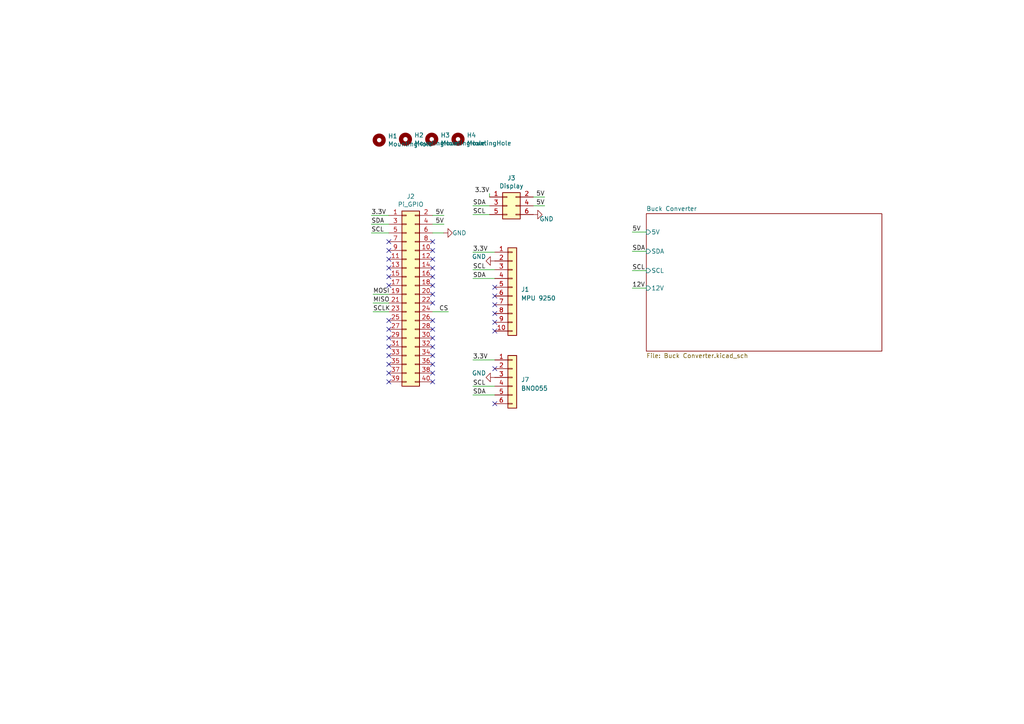
<source format=kicad_sch>
(kicad_sch (version 20230121) (generator eeschema)
  (paper "A4")
  (lib_symbols
    (symbol "Connector_Generic:Conn_01x06" (pin_names (offset 1.016) hide)
      (property "Reference" "J" (at 0 7.62 0))
      (property "Value" "Conn_01x06" (at 0 -10.16 0))
      (symbol "Conn_01x06_1_1"
        (rectangle (start -1.27 -7.493) (end 0 -7.747) (stroke (width 0.1524)))
        (rectangle (start -1.27 -4.953) (end 0 -5.207) (stroke (width 0.1524)))
        (rectangle (start -1.27 -2.413) (end 0 -2.667) (stroke (width 0.1524)))
        (rectangle (start -1.27 0.127) (end 0 -0.127) (stroke (width 0.1524)))
        (rectangle (start -1.27 2.667) (end 0 2.413) (stroke (width 0.1524)))
        (rectangle (start -1.27 5.207) (end 0 4.953) (stroke (width 0.1524)))
        (rectangle (start -1.27 6.35) (end 1.27 -8.89) (stroke (width 0.254)) (fill (type background)))
        (pin passive line (at -5.08 5.08 0) (length 3.81) (name "Pin_1") (number "1"))
        (pin passive line (at -5.08 2.54 0) (length 3.81) (name "Pin_2") (number "2"))
        (pin passive line (at -5.08 0 0) (length 3.81) (name "Pin_3") (number "3"))
        (pin passive line (at -5.08 -2.54 0) (length 3.81) (name "Pin_4") (number "4"))
        (pin passive line (at -5.08 -5.08 0) (length 3.81) (name "Pin_5") (number "5"))
        (pin passive line (at -5.08 -7.62 0) (length 3.81) (name "Pin_6") (number "6"))
      )
    )
    (symbol "Connector_Generic:Conn_01x10" (pin_names (offset 1.016) hide)
      (property "Reference" "J" (at 0 12.7 0))
      (property "Value" "Conn_01x10" (at 0 -15.24 0))
      (symbol "Conn_01x10_1_1"
        (rectangle (start -1.27 -12.573) (end 0 -12.827) (stroke (width 0.1524)))
        (rectangle (start -1.27 -10.033) (end 0 -10.287) (stroke (width 0.1524)))
        (rectangle (start -1.27 -7.493) (end 0 -7.747) (stroke (width 0.1524)))
        (rectangle (start -1.27 -4.953) (end 0 -5.207) (stroke (width 0.1524)))
        (rectangle (start -1.27 -2.413) (end 0 -2.667) (stroke (width 0.1524)))
        (rectangle (start -1.27 0.127) (end 0 -0.127) (stroke (width 0.1524)))
        (rectangle (start -1.27 2.667) (end 0 2.413) (stroke (width 0.1524)))
        (rectangle (start -1.27 5.207) (end 0 4.953) (stroke (width 0.1524)))
        (rectangle (start -1.27 7.747) (end 0 7.493) (stroke (width 0.1524)))
        (rectangle (start -1.27 10.287) (end 0 10.033) (stroke (width 0.1524)))
        (rectangle (start -1.27 11.43) (end 1.27 -13.97) (stroke (width 0.254)) (fill (type background)))
        (pin passive line (at -5.08 10.16 0) (length 3.81) (name "Pin_1") (number "1"))
        (pin passive line (at -5.08 -12.7 0) (length 3.81) (name "Pin_10") (number "10"))
        (pin passive line (at -5.08 7.62 0) (length 3.81) (name "Pin_2") (number "2"))
        (pin passive line (at -5.08 5.08 0) (length 3.81) (name "Pin_3") (number "3"))
        (pin passive line (at -5.08 2.54 0) (length 3.81) (name "Pin_4") (number "4"))
        (pin passive line (at -5.08 0 0) (length 3.81) (name "Pin_5") (number "5"))
        (pin passive line (at -5.08 -2.54 0) (length 3.81) (name "Pin_6") (number "6"))
        (pin passive line (at -5.08 -5.08 0) (length 3.81) (name "Pin_7") (number "7"))
        (pin passive line (at -5.08 -7.62 0) (length 3.81) (name "Pin_8") (number "8"))
        (pin passive line (at -5.08 -10.16 0) (length 3.81) (name "Pin_9") (number "9"))
      )
    )
    (symbol "Connector_Generic:Conn_02x03_Odd_Even" (pin_names (offset 1.016) hide)
      (property "Reference" "J" (at 1.27 5.08 0))
      (property "Value" "Conn_02x03_Odd_Even" (at 1.27 -5.08 0))
      (symbol "Conn_02x03_Odd_Even_1_1"
        (rectangle (start -1.27 -2.413) (end 0 -2.667) (stroke (width 0.1524)))
        (rectangle (start -1.27 0.127) (end 0 -0.127) (stroke (width 0.1524)))
        (rectangle (start -1.27 2.667) (end 0 2.413) (stroke (width 0.1524)))
        (rectangle (start -1.27 3.81) (end 3.81 -3.81) (stroke (width 0.254)) (fill (type background)))
        (rectangle (start 3.81 -2.413) (end 2.54 -2.667) (stroke (width 0.1524)))
        (rectangle (start 3.81 0.127) (end 2.54 -0.127) (stroke (width 0.1524)))
        (rectangle (start 3.81 2.667) (end 2.54 2.413) (stroke (width 0.1524)))
        (pin passive line (at -5.08 2.54 0) (length 3.81) (name "Pin_1") (number "1"))
        (pin passive line (at 7.62 2.54 180) (length 3.81) (name "Pin_2") (number "2"))
        (pin passive line (at -5.08 0 0) (length 3.81) (name "Pin_3") (number "3"))
        (pin passive line (at 7.62 0 180) (length 3.81) (name "Pin_4") (number "4"))
        (pin passive line (at -5.08 -2.54 0) (length 3.81) (name "Pin_5") (number "5"))
        (pin passive line (at 7.62 -2.54 180) (length 3.81) (name "Pin_6") (number "6"))
      )
    )
    (symbol "Connector_Generic:Conn_02x20_Odd_Even" (pin_names (offset 1.016) hide)
      (property "Reference" "J" (at 1.27 25.4 0))
      (property "Value" "Conn_02x20_Odd_Even" (at 1.27 -27.94 0))
      (symbol "Conn_02x20_Odd_Even_1_1"
        (rectangle (start -1.27 -25.273) (end 0 -25.527) (stroke (width 0.1524)))
        (rectangle (start -1.27 -22.733) (end 0 -22.987) (stroke (width 0.1524)))
        (rectangle (start -1.27 -20.193) (end 0 -20.447) (stroke (width 0.1524)))
        (rectangle (start -1.27 -17.653) (end 0 -17.907) (stroke (width 0.1524)))
        (rectangle (start -1.27 -15.113) (end 0 -15.367) (stroke (width 0.1524)))
        (rectangle (start -1.27 -12.573) (end 0 -12.827) (stroke (width 0.1524)))
        (rectangle (start -1.27 -10.033) (end 0 -10.287) (stroke (width 0.1524)))
        (rectangle (start -1.27 -7.493) (end 0 -7.747) (stroke (width 0.1524)))
        (rectangle (start -1.27 -4.953) (end 0 -5.207) (stroke (width 0.1524)))
        (rectangle (start -1.27 -2.413) (end 0 -2.667) (stroke (width 0.1524)))
        (rectangle (start -1.27 0.127) (end 0 -0.127) (stroke (width 0.1524)))
        (rectangle (start -1.27 2.667) (end 0 2.413) (stroke (width 0.1524)))
        (rectangle (start -1.27 5.207) (end 0 4.953) (stroke (width 0.1524)))
        (rectangle (start -1.27 7.747) (end 0 7.493) (stroke (width 0.1524)))
        (rectangle (start -1.27 10.287) (end 0 10.033) (stroke (width 0.1524)))
        (rectangle (start -1.27 12.827) (end 0 12.573) (stroke (width 0.1524)))
        (rectangle (start -1.27 15.367) (end 0 15.113) (stroke (width 0.1524)))
        (rectangle (start -1.27 17.907) (end 0 17.653) (stroke (width 0.1524)))
        (rectangle (start -1.27 20.447) (end 0 20.193) (stroke (width 0.1524)))
        (rectangle (start -1.27 22.987) (end 0 22.733) (stroke (width 0.1524)))
        (rectangle (start -1.27 24.13) (end 3.81 -26.67) (stroke (width 0.254)) (fill (type background)))
        (rectangle (start 3.81 -25.273) (end 2.54 -25.527) (stroke (width 0.1524)))
        (rectangle (start 3.81 -22.733) (end 2.54 -22.987) (stroke (width 0.1524)))
        (rectangle (start 3.81 -20.193) (end 2.54 -20.447) (stroke (width 0.1524)))
        (rectangle (start 3.81 -17.653) (end 2.54 -17.907) (stroke (width 0.1524)))
        (rectangle (start 3.81 -15.113) (end 2.54 -15.367) (stroke (width 0.1524)))
        (rectangle (start 3.81 -12.573) (end 2.54 -12.827) (stroke (width 0.1524)))
        (rectangle (start 3.81 -10.033) (end 2.54 -10.287) (stroke (width 0.1524)))
        (rectangle (start 3.81 -7.493) (end 2.54 -7.747) (stroke (width 0.1524)))
        (rectangle (start 3.81 -4.953) (end 2.54 -5.207) (stroke (width 0.1524)))
        (rectangle (start 3.81 -2.413) (end 2.54 -2.667) (stroke (width 0.1524)))
        (rectangle (start 3.81 0.127) (end 2.54 -0.127) (stroke (width 0.1524)))
        (rectangle (start 3.81 2.667) (end 2.54 2.413) (stroke (width 0.1524)))
        (rectangle (start 3.81 5.207) (end 2.54 4.953) (stroke (width 0.1524)))
        (rectangle (start 3.81 7.747) (end 2.54 7.493) (stroke (width 0.1524)))
        (rectangle (start 3.81 10.287) (end 2.54 10.033) (stroke (width 0.1524)))
        (rectangle (start 3.81 12.827) (end 2.54 12.573) (stroke (width 0.1524)))
        (rectangle (start 3.81 15.367) (end 2.54 15.113) (stroke (width 0.1524)))
        (rectangle (start 3.81 17.907) (end 2.54 17.653) (stroke (width 0.1524)))
        (rectangle (start 3.81 20.447) (end 2.54 20.193) (stroke (width 0.1524)))
        (rectangle (start 3.81 22.987) (end 2.54 22.733) (stroke (width 0.1524)))
        (pin passive line (at -5.08 22.86 0) (length 3.81) (name "Pin_1") (number "1"))
        (pin passive line (at 7.62 12.7 180) (length 3.81) (name "Pin_10") (number "10"))
        (pin passive line (at -5.08 10.16 0) (length 3.81) (name "Pin_11") (number "11"))
        (pin passive line (at 7.62 10.16 180) (length 3.81) (name "Pin_12") (number "12"))
        (pin passive line (at -5.08 7.62 0) (length 3.81) (name "Pin_13") (number "13"))
        (pin passive line (at 7.62 7.62 180) (length 3.81) (name "Pin_14") (number "14"))
        (pin passive line (at -5.08 5.08 0) (length 3.81) (name "Pin_15") (number "15"))
        (pin passive line (at 7.62 5.08 180) (length 3.81) (name "Pin_16") (number "16"))
        (pin passive line (at -5.08 2.54 0) (length 3.81) (name "Pin_17") (number "17"))
        (pin passive line (at 7.62 2.54 180) (length 3.81) (name "Pin_18") (number "18"))
        (pin passive line (at -5.08 0 0) (length 3.81) (name "Pin_19") (number "19"))
        (pin passive line (at 7.62 22.86 180) (length 3.81) (name "Pin_2") (number "2"))
        (pin passive line (at 7.62 0 180) (length 3.81) (name "Pin_20") (number "20"))
        (pin passive line (at -5.08 -2.54 0) (length 3.81) (name "Pin_21") (number "21"))
        (pin passive line (at 7.62 -2.54 180) (length 3.81) (name "Pin_22") (number "22"))
        (pin passive line (at -5.08 -5.08 0) (length 3.81) (name "Pin_23") (number "23"))
        (pin passive line (at 7.62 -5.08 180) (length 3.81) (name "Pin_24") (number "24"))
        (pin passive line (at -5.08 -7.62 0) (length 3.81) (name "Pin_25") (number "25"))
        (pin passive line (at 7.62 -7.62 180) (length 3.81) (name "Pin_26") (number "26"))
        (pin passive line (at -5.08 -10.16 0) (length 3.81) (name "Pin_27") (number "27"))
        (pin passive line (at 7.62 -10.16 180) (length 3.81) (name "Pin_28") (number "28"))
        (pin passive line (at -5.08 -12.7 0) (length 3.81) (name "Pin_29") (number "29"))
        (pin passive line (at -5.08 20.32 0) (length 3.81) (name "Pin_3") (number "3"))
        (pin passive line (at 7.62 -12.7 180) (length 3.81) (name "Pin_30") (number "30"))
        (pin passive line (at -5.08 -15.24 0) (length 3.81) (name "Pin_31") (number "31"))
        (pin passive line (at 7.62 -15.24 180) (length 3.81) (name "Pin_32") (number "32"))
        (pin passive line (at -5.08 -17.78 0) (length 3.81) (name "Pin_33") (number "33"))
        (pin passive line (at 7.62 -17.78 180) (length 3.81) (name "Pin_34") (number "34"))
        (pin passive line (at -5.08 -20.32 0) (length 3.81) (name "Pin_35") (number "35"))
        (pin passive line (at 7.62 -20.32 180) (length 3.81) (name "Pin_36") (number "36"))
        (pin passive line (at -5.08 -22.86 0) (length 3.81) (name "Pin_37") (number "37"))
        (pin passive line (at 7.62 -22.86 180) (length 3.81) (name "Pin_38") (number "38"))
        (pin passive line (at -5.08 -25.4 0) (length 3.81) (name "Pin_39") (number "39"))
        (pin passive line (at 7.62 20.32 180) (length 3.81) (name "Pin_4") (number "4"))
        (pin passive line (at 7.62 -25.4 180) (length 3.81) (name "Pin_40") (number "40"))
        (pin passive line (at -5.08 17.78 0) (length 3.81) (name "Pin_5") (number "5"))
        (pin passive line (at 7.62 17.78 180) (length 3.81) (name "Pin_6") (number "6"))
        (pin passive line (at -5.08 15.24 0) (length 3.81) (name "Pin_7") (number "7"))
        (pin passive line (at 7.62 15.24 180) (length 3.81) (name "Pin_8") (number "8"))
        (pin passive line (at -5.08 12.7 0) (length 3.81) (name "Pin_9") (number "9"))
      )
    )
    (symbol "Mechanical:MountingHole" (pin_names (offset 1.016))
      (property "Reference" "H" (at 0 5.08 0))
      (property "Value" "MountingHole" (at 0 3.175 0))
      (symbol "MountingHole_0_1"
        (circle (center 0 0) (radius 1.27) (stroke (width 1.27)))
      )
    )
    (symbol "power:GND" (power) (pin_names (offset 0))
      (property "Value" "GND" (at 0 -3.81 0))
      (symbol "GND_0_1"
        (polyline (pts (xy 0 0) (xy 0 -1.27) (xy 1.27 -1.27) (xy 0 -2.54) (xy -1.27 -1.27) (xy 0 -1.27)))
      )
      (symbol "GND_1_1"
        (pin power_in line (at 0 0 270) (length 0) hide (name "GND") (number "1"))
      )
    )
  )
  (no_connect (at 143.51 83.312))
  (no_connect (at 125.476 80.264))
  (no_connect (at 143.51 106.934))
  (no_connect (at 143.51 117.094))
  (no_connect (at 125.476 82.804))
  (no_connect (at 125.476 110.744))
  (no_connect (at 143.51 88.392))
  (no_connect (at 112.776 103.124))
  (no_connect (at 112.776 95.504))
  (no_connect (at 125.476 108.204))
  (no_connect (at 125.476 103.124))
  (no_connect (at 112.776 92.964))
  (no_connect (at 112.776 100.584))
  (no_connect (at 112.776 80.264))
  (no_connect (at 143.51 96.012))
  (no_connect (at 112.776 72.644))
  (no_connect (at 125.476 98.044))
  (no_connect (at 143.51 85.852))
  (no_connect (at 143.51 90.932))
  (no_connect (at 125.476 77.724))
  (no_connect (at 125.476 75.184))
  (no_connect (at 125.476 87.884))
  (no_connect (at 112.776 98.044))
  (no_connect (at 125.476 70.104))
  (no_connect (at 125.476 72.644))
  (no_connect (at 125.476 92.964))
  (no_connect (at 143.51 93.472))
  (no_connect (at 125.476 100.584))
  (no_connect (at 112.776 82.804))
  (no_connect (at 112.776 108.204))
  (no_connect (at 125.476 85.344))
  (no_connect (at 112.776 70.104))
  (no_connect (at 125.476 95.504))
  (no_connect (at 112.776 110.744))
  (no_connect (at 112.776 75.184))
  (no_connect (at 125.476 105.664))
  (no_connect (at 112.776 105.664))
  (no_connect (at 112.776 77.724))
  (wire (pts (xy 125.476 67.564) (xy 128.651 67.564)))
  (wire (pts (xy 157.988 59.69) (xy 154.686 59.69)))
  (wire (pts (xy 108.204 90.424) (xy 112.776 90.424)))
  (wire (pts (xy 141.986 59.69) (xy 137.16 59.69)))
  (wire (pts (xy 107.696 62.484) (xy 112.776 62.484)))
  (wire (pts (xy 183.388 67.31) (xy 187.452 67.31)))
  (wire (pts (xy 137.16 80.772) (xy 143.51 80.772)))
  (wire (pts (xy 107.696 67.564) (xy 112.776 67.564)))
  (wire (pts (xy 137.16 73.152) (xy 143.51 73.152)))
  (wire (pts (xy 128.778 65.024) (xy 125.476 65.024)))
  (wire (pts (xy 137.16 78.232) (xy 143.51 78.232)))
  (wire (pts (xy 183.388 78.486) (xy 187.452 78.486)))
  (wire (pts (xy 107.696 65.024) (xy 112.776 65.024)))
  (wire (pts (xy 125.476 90.424) (xy 130.048 90.424)))
  (wire (pts (xy 108.204 87.884) (xy 112.776 87.884)))
  (wire (pts (xy 137.16 104.394) (xy 143.51 104.394)))
  (wire (pts (xy 141.986 57.15) (xy 141.986 56.134)))
  (wire (pts (xy 141.986 62.23) (xy 137.16 62.23)))
  (wire (pts (xy 183.388 83.566) (xy 187.452 83.566)))
  (wire (pts (xy 137.16 114.554) (xy 143.51 114.554)))
  (wire (pts (xy 183.388 72.898) (xy 187.452 72.898)))
  (wire (pts (xy 137.16 112.014) (xy 143.51 112.014)))
  (wire (pts (xy 128.778 62.484) (xy 125.476 62.484)))
  (wire (pts (xy 108.204 85.344) (xy 112.776 85.344)))
  (wire (pts (xy 157.988 57.15) (xy 154.686 57.15)))
  (label "5V" (at 128.778 65.024 180))
  (label "MOSI" (at 108.204 85.344 0))
  (label "3.3V" (at 137.16 104.394 0))
  (label "3.3V" (at 137.16 73.152 0))
  (label "3.3V" (at 141.986 56.134 180))
  (label "SDA" (at 107.696 65.024 0))
  (label "SCL" (at 137.16 62.23 0))
  (label "SDA" (at 183.388 72.898 0))
  (label "3.3V" (at 107.696 62.484 0))
  (label "SCLK" (at 108.204 90.424 0))
  (label "5V" (at 157.988 59.69 180))
  (label "CS" (at 130.048 90.424 180))
  (label "SCL" (at 137.16 78.232 0))
  (label "SDA" (at 137.16 80.772 0))
  (label "5V" (at 183.388 67.31 0))
  (label "SCL" (at 107.696 67.564 0))
  (label "SDA" (at 137.16 59.69 0))
  (label "SCL" (at 183.388 78.486 0))
  (label "MISO" (at 108.204 87.884 0))
  (label "5V" (at 157.988 57.15 180))
  (label "12V" (at 183.388 83.566 0))
  (label "SCL" (at 137.16 112.014 0))
  (label "5V" (at 128.778 62.484 180))
  (label "SDA" (at 137.16 114.554 0))
  (symbol (lib_id "Connector_Generic:Conn_02x20_Odd_Even") (at 117.856 85.344 0) (unit 1)
    (property "Reference" "J2" (at 119.126 56.9722 0))
    (property "Value" "Pi_GPIO" (at 119.126 59.2836 0))
    (property "Footprint" "Connector_PinHeader_2.54mm:PinHeader_2x20_P2.54mm_Vertical" (effects hide))
  )
  (symbol (lib_id "Connector_Generic:Conn_02x03_Odd_Even") (at 147.066 59.69 0) (unit 1)
    (property "Reference" "J3" (at 148.336 51.6382 0))
    (property "Value" "Display" (at 148.336 53.9496 0))
    (property "Footprint" "Connector_PinHeader_2.54mm:PinHeader_2x03_P2.54mm_Vertical" (effects hide))
  )
  (symbol (lib_id "Mechanical:MountingHole") (at 109.982 40.64 0) (unit 1)
    (property "Reference" "H1" (at 112.522 39.4716 0) (effects (justify left)))
    (property "Value" "MountingHole" (at 112.522 41.783 0) (effects (justify left)))
    (property "Footprint" "MountingHole:MountingHole_2.5mm" (effects hide))
  )
  (symbol (lib_id "Mechanical:MountingHole") (at 117.602 40.386 0) (unit 1)
    (property "Reference" "H2" (at 120.142 39.2176 0) (effects (justify left)))
    (property "Value" "MountingHole" (at 120.142 41.529 0) (effects (justify left)))
    (property "Footprint" "MountingHole:MountingHole_2.5mm" (effects hide))
  )
  (symbol (lib_id "Mechanical:MountingHole") (at 125.222 40.386 0) (unit 1)
    (property "Reference" "H3" (at 127.762 39.2176 0) (effects (justify left)))
    (property "Value" "MountingHole" (at 127.762 41.529 0) (effects (justify left)))
    (property "Footprint" "MountingHole:MountingHole_2.5mm" (effects hide))
  )
  (symbol (lib_id "Mechanical:MountingHole") (at 132.842 40.386 0) (unit 1)
    (property "Reference" "H4" (at 135.382 39.2176 0) (effects (justify left)))
    (property "Value" "MountingHole" (at 135.382 41.529 0) (effects (justify left)))
    (property "Footprint" "MountingHole:MountingHole_2.5mm" (effects hide))
  )
  (symbol (lib_id "power:GND") (at 128.651 67.564 90) (unit 1)
    (property "Reference" "#PWR0107" (effects hide))
    (property "Value" "GND" (at 131.191 67.564 90) (effects (justify right)))
  )
  (symbol (lib_id "power:GND") (at 154.686 62.23 90) (unit 1)
    (property "Reference" "#PWR0108" (effects hide))
    (property "Value" "GND" (at 156.464 63.5 90) (effects (justify right)))
  )
  (symbol (lib_id "power:GND") (at 143.51 75.692 270) (unit 1)
    (property "Reference" "#PWR0109" (effects hide))
    (property "Value" "GND" (at 140.97 74.422 90) (effects (justify right)))
  )
  (symbol (lib_id "Connector_Generic:Conn_01x06") (at 148.59 109.474 0) (unit 1)
    (property "Reference" "J7" (at 151.13 110.109 0) (effects (justify left)))
    (property "Value" "BNO055" (at 151.13 112.649 0) (effects (justify left)))
    (property "Footprint" "Connector_PinHeader_2.54mm:PinHeader_1x06_P2.54mm_Vertical" (effects hide))
  )
  (symbol (lib_id "Connector_Generic:Conn_01x10") (at 148.59 83.312 0) (unit 1)
    (property "Reference" "J1" (at 151.13 83.947 0) (effects (justify left)))
    (property "Value" "MPU 9250" (at 151.13 86.487 0) (effects (justify left)))
    (property "Footprint" "Connector_PinHeader_2.54mm:PinHeader_1x10_P2.54mm_Vertical" (effects hide))
  )
  (symbol (lib_id "power:GND") (at 143.51 109.474 270) (unit 1)
    (property "Reference" "#PWR01" (effects hide))
    (property "Value" "GND" (at 140.97 108.204 90) (effects (justify right)))
  )
  (sheet (at 187.452 61.976) (size 68.326 39.878)
    (property "Sheetname" "Buck Converter" (at 187.452 61.2644 0) (effects (justify left bottom)))
    (property "Sheetfile" "Buck Converter.kicad_sch" (at 187.452 102.4386 0) (effects (justify left top)))
    (pin "5V" input (at 187.452 67.31 180))
    (pin "SDA" input (at 187.452 72.898 180))
    (pin "SCL" input (at 187.452 78.486 180))
    (pin "12V" input (at 187.452 83.566 180))
  )
)
</source>
